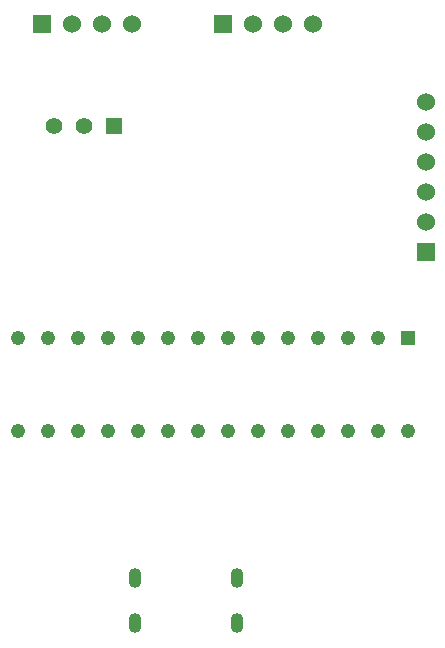
<source format=gbr>
G04*
G04 #@! TF.GenerationSoftware,Altium Limited,Altium Designer,25.3.3 (18)*
G04*
G04 Layer_Color=255*
%FSLAX25Y25*%
%MOIN*%
G70*
G04*
G04 #@! TF.SameCoordinates,2E22F27B-A00B-49EA-A22F-E70647FCC6C8*
G04*
G04*
G04 #@! TF.FilePolarity,Positive*
G04*
G01*
G75*
%ADD33C,0.06000*%
%ADD34R,0.06000X0.06000*%
%ADD37C,0.05512*%
%ADD38R,0.05512X0.05512*%
%ADD39R,0.06000X0.06000*%
G04:AMPARAMS|DCode=40|XSize=43.31mil|YSize=66.93mil|CornerRadius=21.65mil|HoleSize=0mil|Usage=FLASHONLY|Rotation=0.000|XOffset=0mil|YOffset=0mil|HoleType=Round|Shape=RoundedRectangle|*
%AMROUNDEDRECTD40*
21,1,0.04331,0.02362,0,0,0.0*
21,1,0.00000,0.06693,0,0,0.0*
1,1,0.04331,0.00000,-0.01181*
1,1,0.04331,0.00000,-0.01181*
1,1,0.04331,0.00000,0.01181*
1,1,0.04331,0.00000,0.01181*
%
%ADD40ROUNDEDRECTD40*%
%ADD44R,0.04894X0.04894*%
%ADD45C,0.04894*%
D33*
X333000Y274000D02*
D03*
Y264000D02*
D03*
Y254000D02*
D03*
Y244000D02*
D03*
Y284000D02*
D03*
X295500Y310000D02*
D03*
X285500D02*
D03*
X275500D02*
D03*
X235000D02*
D03*
X225000D02*
D03*
X215000D02*
D03*
D34*
X333000Y234000D02*
D03*
D37*
X209000Y276000D02*
D03*
X219000D02*
D03*
D38*
X229000D02*
D03*
D39*
X265500Y310000D02*
D03*
X205000D02*
D03*
D40*
X270008Y110653D02*
D03*
X235992D02*
D03*
X270008Y125614D02*
D03*
X235992D02*
D03*
D44*
X327000Y205500D02*
D03*
D45*
X317000D02*
D03*
X307000D02*
D03*
X297000D02*
D03*
X287000D02*
D03*
X277000D02*
D03*
X267000D02*
D03*
X257000D02*
D03*
X247000D02*
D03*
X237000D02*
D03*
X227000D02*
D03*
X217000D02*
D03*
X207000D02*
D03*
X197000D02*
D03*
Y174500D02*
D03*
X207000D02*
D03*
X217000D02*
D03*
X227000D02*
D03*
X237000D02*
D03*
X247000D02*
D03*
X257000D02*
D03*
X267000D02*
D03*
X277000D02*
D03*
X287000D02*
D03*
X297000D02*
D03*
X307000D02*
D03*
X317000D02*
D03*
X327000D02*
D03*
M02*

</source>
